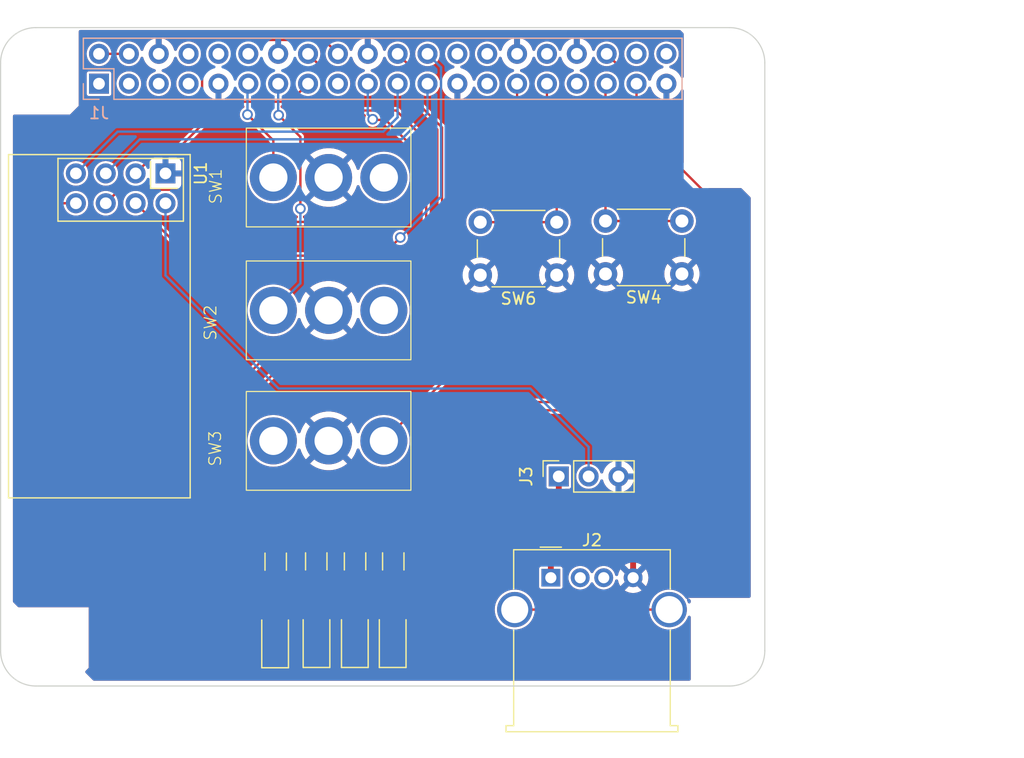
<source format=kicad_pcb>
(kicad_pcb (version 20221018) (generator pcbnew)
  (title_block (date "15 nov 2012"))
  (layers (0 "F.Cu" signal) (31 "B.Cu" signal) (34 "B.Paste" user) (35 "F.Paste" user) (36 "B.SilkS" user "B.Silkscreen") (37 "F.SilkS" user "F.Silkscreen") (38 "B.Mask" user) (39 "F.Mask" user) (44 "Edge.Cuts" user))
  (net 0 "")
  (net 1 "GND")
  (net 2 "/GPIO2{slash}SDA1")
  (net 3 "/GPIO3{slash}SCL1")
  (net 4 "/GPIO4{slash}GPCLK0")
  (net 5 "/GPIO14{slash}TXD0")
  (net 6 "/GPIO15{slash}RXD0")
  (net 7 "/GPIO17")
  (net 8 "/GPIO18{slash}PCM.CLK")
  (net 9 "/GPIO27")
  (net 10 "/GPIO22")
  (net 11 "/GPIO23")
  (net 12 "/GPIO24")
  (net 13 "/GPIO10{slash}SPI0.MOSI")
  (net 14 "/GPIO9{slash}SPI0.MISO")
  (net 15 "/GPIO25")
  (net 16 "/GPIO11{slash}SPI0.SCLK")
  (net 17 "/GPIO8{slash}SPI0.CE0")
  (net 18 "/GPIO7{slash}SPI0.CE1")
  (net 19 "/ID_SDA")
  (net 20 "/ID_SCL")
  (net 21 "/GPIO5")
  (net 22 "/GPIO6")
  (net 23 "/GPIO12{slash}PWM0")
  (net 24 "/GPIO13{slash}PWM1")
  (net 25 "/GPIO19{slash}PCM.FS")
  (net 26 "/GPIO16")
  (net 27 "/GPIO26")
  (net 28 "/GPIO20{slash}PCM.DIN")
  (net 29 "/GPIO21{slash}PCM.DOUT")
  (net 30 "+5V")
  (net 31 "+3V3")
  (net 32 "Net-(D2-A)")
  (net 33 "Net-(D3-A)")
  (net 34 "Net-(D4-A)")
  (net 35 "Net-(D5-A)")
  (net 38 "unconnected-(J2-Shield-Pad5)")
  (net 39 "+3.3VA")
  (net 43 "+5VA")
  (footprint "MountingHole:MountingHole_2.7mm_M2.5" (layer "F.Cu") (at 161.5 47.5)
    (fp_text reference "MH2" hide)
    (fp_text value "MountingHole_2.7mm_M2.5" hide)
    (pad "" np_thru_hole circle locked (at 0 0) (size 2.7 2.7) (drill 2.7) (layers "*.Cu" "*.Mask"))
  )
  (footprint "Connector_USB:USB_A_Molex_67643_Horizontal" (layer "F.Cu") (at 146.8 90.79)
    (fp_text reference "J2" (at 3.5 -3.19) (layer "F.SilkS"))
    (fp_text value "USB_A")
    (fp_line (start -3.81 12.58) (end -3.81 13.1) (stroke (width 0.12)) (layer "F.SilkS"))
    (fp_line (start -3.81 13.1) (end 10.81 13.1) (stroke (width 0.12)) (layer "F.SilkS"))
    (fp_line (start -3.16 -2.38) (end -3.16 0.95) (stroke (width 0.12)) (layer "F.SilkS"))
    (fp_line (start -3.16 -2.38) (end 10.16 -2.38) (stroke (width 0.12)) (layer "F.SilkS"))
    (fp_line (start -3.16 12.58) (end -3.81 12.58) (stroke (width 0.12)) (layer "F.SilkS"))
    (fp_line (start -3.16 12.58) (end -3.16 4.47) (stroke (width 0.12)) (layer "F.SilkS"))
    (fp_line (start -0.9 -2.6) (end 0.9 -2.6) (stroke (width 0.12)) (layer "F.SilkS"))
    (fp_line (start 10.16 -2.38) (end 10.16 0.95) (stroke (width 0.12)) (layer "F.SilkS"))
    (fp_line (start 10.16 4.47) (end 10.16 12.58) (stroke (width 0.12)) (layer "F.SilkS"))
    (fp_line (start 10.81 12.58) (end 10.16 12.58) (stroke (width 0.12)) (layer "F.SilkS"))
    (fp_line (start 10.81 13.1) (end 10.81 12.58) (stroke (width 0.12)) (layer "F.SilkS"))
    (pad "1" thru_hole rect (at 0 0) (size 1.6 1.5) (drill 0.95) (layers "*.Cu" "*.Mask") (net 43 "+5VA"))
    (pad "2" thru_hole circle (at 2.5 0) (size 1.6 1.6) (drill 0.95) (layers "*.Cu" "*.Mask"))
    (pad "3" thru_hole circle (at 4.5 0) (size 1.6 1.6) (drill 0.95) (layers "*.Cu" "*.Mask"))
    (pad "4" thru_hole circle (at 7 0) (size 1.6 1.6) (drill 0.95) (layers "*.Cu" "*.Mask") (net 1 "GND"))
    (pad "5" thru_hole circle (at -3.07 2.71) (size 3 3) (drill 2.3) (layers "*.Cu" "*.Mask") (net 38 "unconnected-(J2-Shield-Pad5)"))
    (pad "5" thru_hole circle (at 10.07 2.71) (size 3 3) (drill 2.3) (layers "*.Cu" "*.Mask") (net 38 "unconnected-(J2-Shield-Pad5)"))
  )
  (footprint "Resistor_SMD:R_1206_3216Metric_Pad1.30x1.75mm_HandSolder" (layer "F.Cu") (at 123.4 89.425 -90)
    (fp_text reference "R4" hide)
    (fp_text value "130" hide)
    (fp_line (start -0.727064 -0.91) (end 0.727064 -0.91) (stroke (width 0.12)) (layer "F.SilkS"))
    (fp_line (start -0.727064 0.91) (end 0.727064 0.91) (stroke (width 0.12)) (layer "F.SilkS"))
    (pad "1" smd roundrect (at -1.55 0 270) (size 1.3 1.75) (layers "F.Cu" "F.Paste" "F.Mask") (roundrect_rratio 0.192308) (net 11 "/GPIO23"))
    (pad "2" smd roundrect (at 1.55 0 270) (size 1.3 1.75) (layers "F.Cu" "F.Paste" "F.Mask") (roundrect_rratio 0.192308) (net 34 "Net-(D4-A)"))
  )
  (footprint "LED_SMD:LED_1206_3216Metric_Pad1.42x1.75mm_HandSolder" (layer "F.Cu") (at 123.35 95.9875 90)
    (fp_text reference "D4" hide)
    (fp_text value "LED" hide)
    (fp_line (start -2.46 -1.135) (end -2.46 1.135) (stroke (width 0.12)) (layer "F.SilkS"))
    (fp_line (start -2.46 1.135) (end 1.6 1.135) (stroke (width 0.12)) (layer "F.SilkS"))
    (fp_line (start 1.6 -1.135) (end -2.46 -1.135) (stroke (width 0.12)) (layer "F.SilkS"))
    (pad "1" smd roundrect (at -1.4875 0 90) (size 1.425 1.75) (layers "F.Cu" "F.Paste" "F.Mask") (roundrect_rratio 0.175439) (net 1 "GND"))
    (pad "2" smd roundrect (at 1.4875 0 90) (size 1.425 1.75) (layers "F.Cu" "F.Paste" "F.Mask") (roundrect_rratio 0.175439) (net 34 "Net-(D4-A)"))
  )
  (footprint "MMS_footprints:SW_MTS102_3Pins_2Positions" (layer "F.Cu") (at 127.9 56.75)
    (fp_text reference "SW1" (at -9.6 0.75 90 unlocked) (layer "F.SilkS") (effects (font (thickness 0.1))))
    (fp_text value "SW_DPDT_x2" hide)
    (fp_rect (start -7 -4.2) (end 7 4.2) (stroke (width 0.1)) (fill none) (layer "F.SilkS"))
    (pad "1" thru_hole circle (at -4.7 0) (size 4 4) (drill 2.4) (layers "*.Cu" "*.Mask") (net 7 "/GPIO17"))
    (pad "2" thru_hole circle (at 0 0) (size 4 4) (drill 2.4) (layers "*.Cu" "*.Mask") (net 1 "GND"))
    (pad "3" thru_hole circle (at 4.7 0) (size 4 4) (drill 2.4) (layers "*.Cu" "*.Mask"))
  )
  (footprint "RF_Module:nRF24L01_Breakout" (layer "F.Cu") (at 114.025 56.4 -90)
    (fp_text reference "U1" (at 0 -3 90) (layer "F.SilkS"))
    (fp_text value "NRF24L01_Breakout")
    (fp_line (start -1.6 -2.1) (end -1.6 -2.1) (stroke (width 0.12)) (layer "F.SilkS"))
    (fp_line (start -1.6 -2.1) (end 27.6 -2.1) (stroke (width 0.12)) (layer "F.SilkS"))
    (fp_line (start -1.6 13.35) (end -1.6 -2.1) (stroke (width 0.12)) (layer "F.SilkS"))
    (fp_line (start -1.27 -1.524) (end -1.27 -1.524) (stroke (width 0.12)) (layer "F.SilkS"))
    (fp_line (start -1.27 -1.524) (end 4.064 -1.524) (stroke (width 0.12)) (layer "F.SilkS"))
    (fp_line (start -1.27 9.144) (end -1.27 -1.524) (stroke (width 0.12)) (layer "F.SilkS"))
    (fp_line (start -1.27 9.144) (end -1.27 9.144) (stroke (width 0.12)) (layer "F.SilkS"))
    (fp_line (start -1.016 1.27) (end -1.016 1.27) (stroke (width 0.12)) (layer "F.SilkS"))
    (fp_line (start 1.27 -1.016) (end 1.27 1.27) (stroke (width 0.12)) (layer "F.SilkS"))
    (fp_line (start 1.27 1.27) (end -1.016 1.27) (stroke (width 0.12)) (layer "F.SilkS"))
    (fp_line (start 4.064 -1.524) (end 4.064 9.144) (stroke (width 0.12)) (layer "F.SilkS"))
    (fp_line (start 4.064 9.144) (end -1.27 9.144) (stroke (width 0.12)) (layer "F.SilkS"))
    (fp_line (start 27.6 -2.1) (end 27.6 13.35) (stroke (width 0.12)) (layer "F.SilkS"))
    (fp_line (start 27.6 13.35) (end -1.6 13.35) (stroke (width 0.12)) (layer "F.SilkS"))
    (pad "1" thru_hole rect (at 0 0 270) (size 1.7 1.7) (drill 1) (layers "*.Cu" "*.Mask") (net 1 "GND"))
    (pad "2" thru_hole circle (at 2.54 0 270) (size 1.7 1.7) (drill 1) (layers "*.Cu" "*.Mask") (net 39 "+3.3VA"))
    (pad "3" thru_hole circle (at 0 2.54 270) (size 1.7 1.7) (drill 1) (layers "*.Cu" "*.Mask") (net 10 "/GPIO22"))
    (pad "4" thru_hole circle (at 2.54 2.54 270) (size 1.7 1.7) (drill 1) (layers "*.Cu" "*.Mask") (net 17 "/GPIO8{slash}SPI0.CE0"))
    (pad "5" thru_hole circle (at 0 5.08 270) (size 1.7 1.7) (drill 1) (layers "*.Cu" "*.Mask") (net 16 "/GPIO11{slash}SPI0.SCLK"))
    (pad "6" thru_hole circle (at 2.54 5.08 270) (size 1.7 1.7) (drill 1) (layers "*.Cu" "*.Mask") (net 13 "/GPIO10{slash}SPI0.MOSI"))
    (pad "7" thru_hole circle (at 0 7.62 270) (size 1.7 1.7) (drill 1) (layers "*.Cu" "*.Mask") (net 14 "/GPIO9{slash}SPI0.MISO"))
    (pad "8" thru_hole circle (at 2.54 7.62 270) (size 1.7 1.7) (drill 1) (layers "*.Cu" "*.Mask") (net 12 "/GPIO24"))
  )
  (footprint "Resistor_SMD:R_1206_3216Metric_Pad1.30x1.75mm_HandSolder" (layer "F.Cu") (at 133.4 89.4 -90)
    (fp_text reference "R5" hide)
    (fp_text value "130" hide)
    (fp_line (start -0.727064 -0.91) (end 0.727064 -0.91) (stroke (width 0.12)) (layer "F.SilkS"))
    (fp_line (start -0.727064 0.91) (end 0.727064 0.91) (stroke (width 0.12)) (layer "F.SilkS"))
    (pad "1" smd roundrect (at -1.55 0 270) (size 1.3 1.75) (layers "F.Cu" "F.Paste" "F.Mask") (roundrect_rratio 0.192308) (net 27 "/GPIO26"))
    (pad "2" smd roundrect (at 1.55 0 270) (size 1.3 1.75) (layers "F.Cu" "F.Paste" "F.Mask") (roundrect_rratio 0.192308) (net 35 "Net-(D5-A)"))
  )
  (footprint "MountingHole:MountingHole_2.7mm_M2.5" (layer "F.Cu") (at 103.5 96.5)
    (fp_text reference "MH3" hide)
    (fp_text value "MountingHole_2.7mm_M2.5" hide)
    (pad "" np_thru_hole circle locked (at 0 0) (size 2.7 2.7) (drill 2.7) (layers "*.Cu" "*.Mask"))
  )
  (footprint "LED_SMD:LED_1206_3216Metric_Pad1.42x1.75mm_HandSolder" (layer "F.Cu") (at 126.87 95.9625 90)
    (fp_text reference "D3" hide)
    (fp_text value "LED" hide)
    (fp_line (start -2.46 -1.135) (end -2.46 1.135) (stroke (width 0.12)) (layer "F.SilkS"))
    (fp_line (start -2.46 1.135) (end 1.6 1.135) (stroke (width 0.12)) (layer "F.SilkS"))
    (fp_line (start 1.6 -1.135) (end -2.46 -1.135) (stroke (width 0.12)) (layer "F.SilkS"))
    (pad "1" smd roundrect (at -1.4875 0 90) (size 1.425 1.75) (layers "F.Cu" "F.Paste" "F.Mask") (roundrect_rratio 0.175439) (net 1 "GND"))
    (pad "2" smd roundrect (at 1.4875 0 90) (size 1.425 1.75) (layers "F.Cu" "F.Paste" "F.Mask") (roundrect_rratio 0.175439) (net 33 "Net-(D3-A)"))
  )
  (footprint "Connector_PinSocket_2.54mm:PinSocket_1x03_P2.54mm_Vertical" (layer "F.Cu") (at 147.475 82.175 90)
    (fp_text reference "J3" (at 0 -2.77 90) (layer "F.SilkS"))
    (fp_text value "Conn_01x03" hide)
    (fp_line (start -1.33 1.27) (end -1.33 6.41) (stroke (width 0.12)) (layer "F.SilkS"))
    (fp_line (start -1.33 1.27) (end 1.33 1.27) (stroke (width 0.12)) (layer "F.SilkS"))
    (fp_line (start -1.33 6.41) (end 1.33 6.41) (stroke (width 0.12)) (layer "F.SilkS"))
    (fp_line (start 0 -1.33) (end 1.33 -1.33) (stroke (width 0.12)) (layer "F.SilkS"))
    (fp_line (start 1.33 -1.33) (end 1.33 0) (stroke (width 0.12)) (layer "F.SilkS"))
    (fp_line (start 1.33 1.27) (end 1.33 6.41) (stroke (width 0.12)) (layer "F.SilkS"))
    (pad "1" thru_hole rect (at 0 0 90) (size 1.7 1.7) (drill 1) (layers "*.Cu" "*.Mask") (net 43 "+5VA"))
    (pad "2" thru_hole oval (at 0 2.54 90) (size 1.7 1.7) (drill 1) (layers "*.Cu" "*.Mask") (net 39 "+3.3VA"))
    (pad "3" thru_hole oval (at 0 5.08 90) (size 1.7 1.7) (drill 1) (layers "*.Cu" "*.Mask") (net 1 "GND"))
  )
  (footprint "Button_Switch_THT:SW_PUSH_6mm" (layer "F.Cu") (at 157.95 64.95 180)
    (fp_text reference "SW4" (at 3.25 -2) (layer "F.SilkS"))
    (fp_text value "SW_DIP_x01" hide)
    (fp_line (start -0.25 1.5) (end -0.25 3) (stroke (width 0.12)) (layer "F.SilkS"))
    (fp_line (start 1 5.5) (end 5.5 5.5) (stroke (width 0.12)) (layer "F.SilkS"))
    (fp_line (start 5.5 -1) (end 1 -1) (stroke (width 0.12)) (layer "F.SilkS"))
    (fp_line (start 6.75 3) (end 6.75 1.5) (stroke (width 0.12)) (layer "F.SilkS"))
    (pad "1" thru_hole circle (at 0 0 270) (size 2 2) (drill 1.1) (layers "*.Cu" "*.Mask") (net 1 "GND"))
    (pad "1" thru_hole circle (at 6.5 0 270) (size 2 2) (drill 1.1) (layers "*.Cu" "*.Mask") (net 1 "GND"))
    (pad "2" thru_hole circle (at 0 4.5 270) (size 2 2) (drill 1.1) (layers "*.Cu" "*.Mask") (net 25 "/GPIO19{slash}PCM.FS"))
    (pad "2" thru_hole circle (at 6.5 4.5 270) (size 2 2) (drill 1.1) (layers "*.Cu" "*.Mask") (net 25 "/GPIO19{slash}PCM.FS"))
  )
  (footprint "MountingHole:MountingHole_2.7mm_M2.5" (layer "F.Cu") (at 103.5 47.5)
    (fp_text reference "MH1" hide)
    (fp_text value "MountingHole_2.7mm_M2.5" hide)
    (pad "" np_thru_hole circle locked (at 0 0) (size 2.7 2.7) (drill 2.7) (layers "*.Cu" "*.Mask"))
  )
  (footprint "Button_Switch_THT:SW_PUSH_6mm" (layer "F.Cu") (at 147.3 65.05 180)
    (fp_text reference "SW6" (at 3.25 -2) (layer "F.SilkS"))
    (fp_text value "SW_DIP_x01" hide)
    (fp_line (start -0.25 1.5) (end -0.25 3) (stroke (width 0.12)) (layer "F.SilkS"))
    (fp_line (start 1 5.5) (end 5.5 5.5) (stroke (width 0.12)) (layer "F.SilkS"))
    (fp_line (start 5.5 -1) (end 1 -1) (stroke (width 0.12)) (layer "F.SilkS"))
    (fp_line (start 6.75 3) (end 6.75 1.5) (stroke (width 0.12)) (layer "F.SilkS"))
    (pad "1" thru_hole circle (at 0 0 270) (size 2 2) (drill 1.1) (layers "*.Cu" "*.Mask") (net 1 "GND"))
    (pad "1" thru_hole circle (at 6.5 0 270) (size 2 2) (drill 1.1) (layers "*.Cu" "*.Mask") (net 1 "GND"))
    (pad "2" thru_hole circle (at 0 4.5 270) (size 2 2) (drill 1.1) (layers "*.Cu" "*.Mask") (net 22 "/GPIO6"))
    (pad "2" thru_hole circle (at 6.5 4.5 270) (size 2 2) (drill 1.1) (layers "*.Cu" "*.Mask") (net 22 "/GPIO6"))
  )
  (footprint "MMS_footprints:SW_MTS102_3Pins_2Positions" (layer "F.Cu") (at 127.9 79.15 180)
    (fp_text reference "SW3" (at 9.65 -0.65 90 unlocked) (layer "F.SilkS") (effects (font (thickness 0.1))))
    (fp_text value "SW_DPDT_x2" hide)
    (fp_rect (start -7 -4.2) (end 7 4.2) (stroke (width 0.1)) (fill none) (layer "F.SilkS"))
    (pad "1" thru_hole circle (at -4.7 0 180) (size 4 4) (drill 2.4) (layers "*.Cu" "*.Mask") (net 21 "/GPIO5"))
    (pad "2" thru_hole circle (at 0 0 180) (size 4 4) (drill 2.4) (layers "*.Cu" "*.Mask") (net 1 "GND"))
    (pad "3" thru_hole circle (at 4.7 0 180) (size 4 4) (drill 2.4) (layers "*.Cu" "*.Mask"))
  )
  (footprint "LED_SMD:LED_1206_3216Metric_Pad1.42x1.75mm_HandSolder" (layer "F.Cu") (at 133.35 95.9625 90)
    (fp_text reference "D5" hide)
    (fp_text value "LED" hide)
    (fp_line (start -2.46 -1.135) (end -2.46 1.135) (stroke (width 0.12)) (layer "F.SilkS"))
    (fp_line (start -2.46 1.135) (end 1.6 1.135) (stroke (width 0.12)) (layer "F.SilkS"))
    (fp_line (start 1.6 -1.135) (end -2.46 -1.135) (stroke (width 0.12)) (layer "F.SilkS"))
    (pad "1" smd roundrect (at -1.4875 0 90) (size 1.425 1.75) (layers "F.Cu" "F.Paste" "F.Mask") (roundrect_rratio 0.175439) (net 1 "GND"))
    (pad "2" smd roundrect (at 1.4875 0 90) (size 1.425 1.75) (layers "F.Cu" "F.Paste" "F.Mask") (roundrect_rratio 0.175439) (net 35 "Net-(D5-A)"))
  )
  (footprint "Resistor_SMD:R_1206_3216Metric_Pad1.30x1.75mm_HandSolder" (layer "F.Cu") (at 130.15 89.4 -90)
    (fp_text reference "R2" hide)
    (fp_text value "130" hide)
    (fp_line (start -0.727064 -0.91) (end 0.727064 -0.91) (stroke (width 0.12)) (layer "F.SilkS"))
    (fp_line (start -0.727064 0.91) (end 0.727064 0.91) (stroke (width 0.12)) (layer "F.SilkS"))
    (pad "1" smd roundrect (at -1.55 0 270) (size 1.3 1.75) (layers "F.Cu" "F.Paste" "F.Mask") (roundrect_rratio 0.192308) (net 26 "/GPIO16"))
    (pad "2" smd roundrect (at 1.55 0 270) (size 1.3 1.75) (layers "F.Cu" "F.Paste" "F.Mask") (roundrect_rratio 0.192308) (net 32 "Net-(D2-A)"))
  )
  (footprint "MountingHole:MountingHole_2.7mm_M2.5" (layer "F.Cu") (at 161.5 96.5)
    (fp_text reference "MH4" hide)
    (fp_text value "MountingHole_2.7mm_M2.5" hide)
    (pad "" np_thru_hole circle locked (at 0 0) (size 2.7 2.7) (drill 2.7) (layers "*.Cu" "*.Mask"))
  )
  (footprint "Resistor_SMD:R_1206_3216Metric_Pad1.30x1.75mm_HandSolder" (layer "F.Cu") (at 126.85 89.4 -90)
    (fp_text reference "R3" hide)
    (fp_text value "130" hide)
    (fp_line (start -0.727064 -0.91) (end 0.727064 -0.91) (stroke (width 0.12)) (layer "F.SilkS"))
    (fp_line (start -0.727064 0.91) (end 0.727064 0.91) (stroke (width 0.12)) (layer "F.SilkS"))
    (pad "1" smd roundrect (at -1.55 0 270) (size 1.3 1.75) (layers "F.Cu" "F.Paste" "F.Mask") (roundrect_rratio 0.192308) (net 15 "/GPIO25"))
    (pad "2" smd roundrect (at 1.55 0 270) (size 1.3 1.75) (layers "F.Cu" "F.Paste" "F.Mask") (roundrect_rratio 0.192308) (net 33 "Net-(D3-A)"))
  )
  (footprint "MMS_footprints:SW_MTS102_3Pins_2Positions" (layer "F.Cu") (at 127.9 68.05)
    (fp_text reference "SW2" (at -10.05 1.05 90 unlocked) (layer "F.SilkS") (effects (font (thickness 0.1))))
    (fp_text value "SW_DPDT_x2" hide)
    (fp_rect (start -7 -4.2) (end 7 4.2) (stroke (width 0.1)) (fill none) (layer "F.SilkS"))
    (pad "1" thru_hole circle (at -4.7 0) (size 4 4) (drill 2.4) (layers "*.Cu" "*.Mask") (net 9 "/GPIO27"))
    (pad "2" thru_hole circle (at 0 0) (size 4 4) (drill 2.4) (layers "*.Cu" "*.Mask") (net 1 "GND"))
    (pad "3" thru_hole circle (at 4.7 0) (size 4 4) (drill 2.4) (layers "*.Cu" "*.Mask"))
  )
  (footprint "LED_SMD:LED_1206_3216Metric_Pad1.42x1.75mm_HandSolder" (layer "F.Cu") (at 130.13 95.9625 90)
    (fp_text reference "D2" hide)
    (fp_text value "LED" hide)
    (fp_line (start -2.46 -1.135) (end -2.46 1.135) (stroke (width 0.12)) (layer "F.SilkS"))
    (fp_line (start -2.46 1.135) (end 1.6 1.135) (stroke (width 0.12)) (layer "F.SilkS"))
    (fp_line (start 1.6 -1.135) (end -2.46 -1.135) (stroke (width 0.12)) (layer "F.SilkS"))
    (pad "1" smd roundrect (at -1.4875 0 90) (size 1.425 1.75) (layers "F.Cu" "F.Paste" "F.Mask") (roundrect_rratio 0.175439) (net 1 "GND"))
    (pad "2" smd roundrect (at 1.4875 0 90) (size 1.425 1.75) (layers "F.Cu" "F.Paste" "F.Mask") (roundrect_rratio 0.175439) (net 32 "Net-(D2-A)"))
  )
  (footprint "Connector_PinSocket_2.54mm:PinSocket_2x20_P2.54mm_Vertical" (layer "B.Cu") (at 108.37 48.77 -90)
    (fp_text reference "J1" (at 2.5 0) (layer "B.SilkS") (effects (justify mirror)))
    (fp_text value "GPIO")
    (fp_line (start -3.87 -49.59) (end 1.33 -49.59) (stroke (width 0.12)) (layer "B.SilkS"))
    (fp_line (start -3.87 1.33) (end -3.87 -49.59) (stroke (width 0.12)) (layer "B.SilkS"))
    (fp_line (start -3.87 1.33) (end -1.27 1.33) (stroke (width 0.12)) (layer "B.SilkS"))
    (fp_line (start -1.27 -1.27) (end 1.33 -1.27) (stroke (width 0.12)) (layer "B.SilkS"))
    (fp_line (start -1.27 1.33) (end -1.27 -1.27) (stroke (width 0.12)) (layer "B.SilkS"))
    (fp_line (start 0 1.33) (end 1.33 1.33) (stroke (width 0.12)) (layer "B.SilkS"))
    (fp_line (start 1.33 -1.27) (end 1.33 -49.59) (stroke (width 0.12)) (layer "B.SilkS"))
    (fp_line (start 1.33 1.33) (end 1.33 0) (stroke (width 0.12)) (layer "B.SilkS"))
    (pad "1" thru_hole rect (at 0 0 270) (size 1.7 1.7) (drill 1) (layers "*.Cu" "*.Mask") (net 31 "+3V3"))
    (pad "2" thru_hole oval (at -2.54 0 270) (size 1.7 1.7) (drill 1) (layers "*.Cu" "*.Mask") (net 30 "+5V"))
    (pad "3" thru_hole oval (at 0 -2.54 270) (size 1.7 1.7) (drill 1) (layers "*.Cu" "*.Mask") (net 2 "/GPIO2{slash}SDA1"))
    (pad "4" thru_hole oval (at -2.54 -2.54 270) (size 1.7 1.7) (drill 1) (layers "*.Cu" "*.Mask") (net 30 "+5V"))
    (pad "5" thru_hole oval (at 0 -5.08 270) (size 1.7 1.7) (drill 1) (layers "*.Cu" "*.Mask") (net 3 "/GPIO3{slash}SCL1"))
    (pad "6" thru_hole oval (at -2.54 -5.08 270) (size 1.7 1.7) (drill 1) (layers "*.Cu" "*.Mask") (net 1 "GND"))
    (pad "7" thru_hole oval (at 0 -7.62 270) (size 1.7 1.7) (drill 1) (layers "*.Cu" "*.Mask") (net 4 "/GPIO4{slash}GPCLK0"))
    (pad "8" thru_hole oval (at -2.54 -7.62 270) (size 1.7 1.7) (drill 1) (layers "*.Cu" "*.Mask") (net 5 "/GPIO14{slash}TXD0"))
    (pad "9" thru_hole oval (at 0 -10.16 270) (size 1.7 1.7) (drill 1) (layers "*.Cu" "*.Mask") (net 1 "GND"))
    (pad "10" thru_hole oval (at -2.54 -10.16 270) (size 1.7 1.7) (drill 1) (layers "*.Cu" "*.Mask") (net 6 "/GPIO15{slash}RXD0"))
    (pad "11" thru_hole oval (at 0 -12.7 270) (size 1.7 1.7) (drill 1) (layers "*.Cu" "*.Mask") (net 7 "/GPIO17"))
    (pad "12" thru_hole oval (at -2.54 -12.7 270) (size 1.7 1.7) (drill 1) (layers "*.Cu" "*.Mask") (net 8 "/GPIO18{slash}PCM.CLK"))
    (pad "13" thru_hole oval (at 0 -15.24 270) (size 1.7 1.7) (drill 1) (layers "*.Cu" "*.Mask") (net 9 "/GPIO27"))
    (pad "14" thru_hole oval (at -2.54 -15.24 270) (size 1.7 1.7) (drill 1) (layers "*.Cu" "*.Mask") (net 1 "GND"))
    (pad "15" thru_hole oval (at 0 -17.78 270) (size 1.7 1.7) (drill 1) (layers "*.Cu" "*.Mask") (net 10 "/GPIO22"))
    (pad "16" thru_hole oval (at -2.54 -17.78 270) (size 1.7 1.7) (drill 1) (layers "*.Cu" "*.Mask") (net 11 "/GPIO23"))
    (pad "17" thru_hole oval (at 0 -20.32 270) (size 1.7 1.7) (drill 1) (layers "*.Cu" "*.Mask") (net 31 "+3V3"))
    (pad "18" thru_hole oval (at -2.54 -20.32 270) (size 1.7 1.7) (drill 1) (layers "*.Cu" "*.Mask") (net 12 "/GPIO24"))
    (pad "19" thru_hole oval (at 0 -22.86 270) (size 1.7 1.7) (drill 1) (layers "*.Cu" "*.Mask") (net 13 "/GPIO10{slash}SPI0.MOSI"))
    (pad "20" thru_hole oval (at -2.54 -22.86 270) (size 1.7 1.7) (drill 1) (layers "*.Cu" "*.Mask") (net 1 "GND"))
    (pad "21" thru_hole oval (at 0 -25.4 270) (size 1.7 1.7) (drill 1) (layers "*.Cu" "*.Mask") (net 14 "/GPIO9{slash}SPI0.MISO"))
    (pad "22" thru_hole oval (at -2.54 -25.4 270) (size 1.7 1.7) (drill 1) (layers "*.Cu" "*.Mask") (net 15 "/GPIO25"))
    (pad "23" thru_hole oval (at 0 -27.94 270) (size 1.7 1.7) (drill 1) (layers "*.Cu" "*.Mask") (net 16 "/GPIO11{slash}SPI0.SCLK"))
    (pad "24" thru_hole oval (at -2.54 -27.94 270) (size 1.7 1.7) (drill 1) (layers "*.Cu" "*.Mask") (net 17 "/GPIO8{slash}SPI0.CE0"))
    (pad "25" thru_hole oval (at 0 -30.48 270) (size 1.7 1.7) (drill 1) (layers "*.Cu" "*.Mask") (net 1 "GND"))
    (pad "26" thru_hole oval (at -2.54 -30.48 270) (size 1.7 1.7) (drill 1) (layers "*.Cu" "*.Mask") (net 18 "/GPIO7{slash}SPI0.CE1"))
    (pad "27" thru_hole oval (at 0 -33.02 270) (size 1.7 1.7) (drill 1) (layers "*.Cu" "*.Mask") (net 19 "/ID_SDA"))
    (pad "28" thru_hole oval (at -2.54 -33.02 270) (size 1.7 1.7) (drill 1) (layers "*.Cu" "*.Mask") (net 20 "/ID_SCL"))
    (pad "29" thru_hole oval (at 0 -35.56 270) (size 1.7 1.7) (drill 1) (layers "*.Cu" "*.Mask") (net 21 "/GPIO5"))
    (pad "30" thru_hole oval (at -2.54 -35.56 270) (size 1.7 1.7) (drill 1) (layers "*.Cu" "*.Mask") (net 1 "GND"))
    (pad "31" thru_hole oval (at 0 -38.1 270) (size 1.7 1.7) (drill 1) (layers "*.Cu" "*.Mask") (net 22 "/GPIO6"))
    (pad "32" thru_hole oval (at -2.54 -38.1 270) (size 1.7 1.7) (drill 1) (layers "*.Cu" "*.Mask") (net 23 "/GPIO12{slash}PWM0"))
    (pad "33" thru_hole oval (at 0 -40.64 270) (size 1.7 1.7) (drill 1) (layers "*.Cu" "*.Mask") (net 24 "/GPIO13{slash}PWM1"))
    (pad "34" thru_hole oval (at -2.54 -40.64 270) (size 1.7 1.7) (drill 1) (layers "*.Cu" "*.Mask") (net 1 "GND"))
    (pad "35" thru_hole oval (at 0 -43.18 270) (size 1.7 1.7) (drill 1) (layers "*.Cu" "*.Mask") (net 25 "/GPIO19{slash}PCM.FS"))
    (pad "36" thru_hole oval (at -2.54 -43.18 270) (size 1.7 1.7) (drill 1) (layers "*.Cu" "*.Mask") (net 26 "/GPIO16"))
    (pad "37" thru_hole oval (at 0 -45.72 270) (size 1.7 1.7) (drill 1) (layers "*.Cu" "*.Mask") (net 27 "/GPIO26"))
    (pad "38" thru_hole oval (at -2.54 -45.72 270) (size 1.7 1.7) (drill 1) (layers "*.Cu" "*.Mask") (net 28 "/GPIO20{slash}PCM.DIN"))
    (pad "39" thru_hole oval (at 0 -48.26 270) (size 1.7 1.7) (drill 1) (layers "*.Cu" "*.Mask") (net 1 "GND"))
    (pad "40" thru_hole oval (at -2.54 -48.26 270) (size 1.7 1.7) (drill 1) (layers "*.Cu" "*.Mask") (net 29 "/GPIO21{slash}PCM.DOUT"))
  )
  (gr_arc (start 162 44) (mid 164.12132 44.87868) (end 165 47) (stroke (width 0.1)) (layer "Edge.Cuts"))
  (gr_line (start 165 97) (end 165 47) (stroke (width 0.1)) (layer "Edge.Cuts"))
  (gr_line (start 100 47) (end 100 81) (stroke (width 0.1)) (layer "Edge.Cuts"))
  (gr_arc (start 103 100) (mid 100.87868 99.12132) (end 100 97) (stroke (width 0.1)) (layer "Edge.Cuts"))
  (gr_line (start 103 100) (end 162 100) (stroke (width 0.1)) (layer "Edge.Cuts"))
  (gr_arc (start 165 97) (mid 164.12132 99.12132) (end 162 100) (stroke (width 0.1)) (layer "Edge.Cuts"))
  (gr_arc (start 100 47) (mid 100.87868 44.87868) (end 103 44) (stroke (width 0.1)) (layer "Edge.Cuts"))
  (gr_line (start 100 81) (end 100 97) (stroke (width 0.1)) (layer "Edge.Cuts"))
  (gr_line (start 162 44) (end 103 44) (stroke (width 0.1)) (layer "Edge.Cuts"))
  (segment (start 153.8 86.85) (end 152.555 85.605) (width 0.5) (layer "F.Cu") (net 1))
  (segment (start 152.555 85.605) (end 152.555 82.175) (width 0.5) (layer "F.Cu") (net 1))
  (segment (start 153.8 90.79) (end 153.8 86.85) (width 0.5) (layer "F.Cu") (net 1))
  (segment (start 123.2 53.6) (end 123.2 56.75) (width 0.2) (layer "F.Cu") (net 7))
  (segment (start 121 51.4) (end 123.2 53.6) (width 0.2) (layer "F.Cu") (net 7))
  (via (at 121 51.4) (size 0.9) (drill 0.6) (layers "F.Cu" "B.Cu") (net 7))
  (segment (start 121 51.4) (end 121 48.84) (width 0.2) (layer "B.Cu") (net 7))
  (segment (start 121 48.84) (end 121.07 48.77) (width 0.2) (layer "B.Cu") (net 7))
  (segment (start 125.5 53.3) (end 125.5 59.4) (width 0.2) (layer "F.Cu") (net 9))
  (segment (start 123.65 51.45) (end 125.5 53.3) (width 0.2) (layer "F.Cu") (net 9))
  (via (at 123.65 51.45) (size 0.9) (drill 0.6) (layers "F.Cu" "B.Cu") (net 9))
  (via (at 125.5 59.4) (size 0.9) (drill 0.6) (layers "F.Cu" "B.Cu") (net 9))
  (segment (start 123.65 51.45) (end 123.61 51.41) (width 0.2) (layer "B.Cu") (net 9))
  (segment (start 125.5 59.4) (end 125.5 65.75) (width 0.2) (layer "B.Cu") (net 9))
  (segment (start 125.5 65.75) (end 123.2 68.05) (width 0.2) (layer "B.Cu") (net 9))
  (segment (start 123.61 51.41) (end 123.61 48.77) (width 0.2) (layer "B.Cu") (net 9))
  (segment (start 111.485 56.4) (end 113.685 54.2) (width 0.2) (layer "F.Cu") (net 10))
  (segment (start 115.2 54.2) (end 119.1 50.3) (width 0.2) (layer "F.Cu") (net 10))
  (segment (start 119.1 50.3) (end 124.62 50.3) (width 0.2) (layer "F.Cu") (net 10))
  (segment (start 124.62 50.3) (end 126.15 48.77) (width 0.2) (layer "F.Cu") (net 10))
  (segment (start 113.685 54.2) (end 115.2 54.2) (width 0.2) (layer "F.Cu") (net 10))
  (segment (start 128.45 51.05) (end 127.3 49.9) (width 0.2) (layer "F.Cu") (net 11))
  (segment (start 123.4 87.875) (end 118.5 82.975) (width 0.2) (layer "F.Cu") (net 11))
  (segment (start 118.5 76.05) (end 122.15 72.4) (width 0.2) (layer "F.Cu") (net 11))
  (segment (start 118.5 82.975) (end 118.5 76.05) (width 0.2) (layer "F.Cu") (net 11))
  (segment (start 134.05 72.4) (end 136.2 70.25) (width 0.2) (layer "F.Cu") (net 11))
  (segment (start 136.2 56.75) (end 136.2 53.6) (width 0.2) (layer "F.Cu") (net 11))
  (segment (start 127.3 49.9) (end 127.3 47.38) (width 0.2) (layer "F.Cu") (net 11))
  (segment (start 127.3 47.38) (end 126.15 46.23) (width 0.2) (layer "F.Cu") (net 11))
  (segment (start 136.2 53.6) (end 133.65 51.05) (width 0.2) (layer "F.Cu") (net 11))
  (segment (start 133.65 51.05) (end 128.45 51.05) (width 0.2) (layer "F.Cu") (net 11))
  (segment (start 136.2 69.8) (end 136.2 56.75) (width 0.2) (layer "F.Cu") (net 11))
  (segment (start 136.2 70.25) (end 136.2 69.8) (width 0.2) (layer "F.Cu") (net 11))
  (segment (start 136.2 56.75) (end 136.2 56.55) (width 0.2) (layer "F.Cu") (net 11))
  (segment (start 122.15 72.4) (end 134.05 72.4) (width 0.2) (layer "F.Cu") (net 11))
  (segment (start 117.14 45.66) (end 117.75 45.05) (width 0.2) (layer "F.Cu") (net 12))
  (segment (start 104.99 58.94) (end 103.95 57.9) (width 0.2) (layer "F.Cu") (net 12))
  (segment (start 106.405 58.94) (end 104.99 58.94) (width 0.2) (layer "F.Cu") (net 12))
  (segment (start 127.51 45.05) (end 128.69 46.23) (width 0.2) (layer "F.Cu") (net 12))
  (segment (start 103.95 54.5) (end 107.15 51.3) (width 0.2) (layer "F.Cu") (net 12))
  (segment (start 107.15 51.3) (end 115.3 51.3) (width 0.2) (layer "F.Cu") (net 12))
  (segment (start 117.14 49.46) (end 117.14 45.66) (width 0.2) (layer "F.Cu") (net 12))
  (segment (start 117.75 45.05) (end 127.51 45.05) (width 0.2) (layer "F.Cu") (net 12))
  (segment (start 103.95 57.9) (end 103.95 54.5) (width 0.2) (layer "F.Cu") (net 12))
  (segment (start 115.3 51.3) (end 117.14 49.46) (width 0.2) (layer "F.Cu") (net 12))
  (segment (start 110.095 57.79) (end 118.29 57.79) (width 0.2) (layer "F.Cu") (net 13))
  (segment (start 131.7005 51.85) (end 132.75 51.85) (width 0.2) (layer "F.Cu") (net 13))
  (segment (start 132.75 51.85) (end 135.55 54.65) (width 0.2) (layer "F.Cu") (net 13))
  (segment (start 133.125 60.525) (end 121.025 60.525) (width 0.2) (layer "F.Cu") (net 13))
  (segment (start 118.29 57.79) (end 121.025 60.525) (width 0.2) (layer "F.Cu") (net 13))
  (segment (start 121.025 60.525) (end 121.1 60.6) (width 0.2) (layer "F.Cu") (net 13))
  (segment (start 135.55 54.65) (end 135.55 58.1) (width 0.2) (layer "F.Cu") (net 13))
  (segment (start 135.55 58.1) (end 133.125 60.525) (width 0.2) (layer "F.Cu") (net 13))
  (segment (start 131.65 51.7995) (end 131.7005 51.85) (width 0.2) (layer "F.Cu") (net 13))
  (segment (start 108.945 58.94) (end 110.095 57.79) (width 0.2) (layer "F.Cu") (net 13))
  (via (at 131.65 51.7995) (size 0.9) (drill 0.6) (layers "F.Cu" "B.Cu") (net 13))
  (segment (start 131.65 51.7995) (end 131.23 51.3795) (width 0.2) (layer "B.Cu") (net 13))
  (segment (start 131.23 51.3795) (end 131.23 48.77) (width 0.2) (layer "B.Cu") (net 13))
  (segment (start 133.77 51.63) (end 133.77 48.77) (width 0.2) (layer "B.Cu") (net 14))
  (segment (start 106.405 56.4) (end 109.955 52.85) (width 0.2) (layer "B.Cu") (net 14))
  (segment (start 132.55 52.85) (end 133.77 51.63) (width 0.2) (layer "B.Cu") (net 14))
  (segment (start 109.955 52.85) (end 132.55 52.85) (width 0.2) (layer "B.Cu") (net 14))
  (segment (start 119.7 76.95) (end 123.1 73.55) (width 0.2) (layer "F.Cu") (net 15))
  (segment (start 135.05 50) (end 135.05 47.51) (width 0.2) (layer "F.Cu") (net 15))
  (segment (start 123.1 73.55) (end 135.5 73.55) (width 0.2) (layer "F.Cu") (net 15))
  (segment (start 135.05 47.51) (end 133.77 46.23) (width 0.2) (layer "F.Cu") (net 15))
  (segment (start 135.5 73.55) (end 137.55 71.5) (width 0.2) (layer "F.Cu") (net 15))
  (segment (start 137.55 71.5) (end 137.55 52.5) (width 0.2) (layer "F.Cu") (net 15))
  (segment (start 126.85 87.85) (end 126.85 85.95) (width 0.2) (layer "F.Cu") (net 15))
  (segment (start 126.85 85.95) (end 124.2 83.3) (width 0.2) (layer "F.Cu") (net 15))
  (segment (start 124.2 83.3) (end 122.9 83.3) (width 0.2) (layer "F.Cu") (net 15))
  (segment (start 137.55 52.5) (end 135.05 50) (width 0.2) (layer "F.Cu") (net 15))
  (segment (start 119.7 80.1) (end 119.7 76.95) (width 0.2) (layer "F.Cu") (net 15))
  (segment (start 122.9 83.3) (end 119.7 80.1) (width 0.2) (layer "F.Cu") (net 15))
  (segment (start 134.1 53.5) (end 111.845 53.5) (width 0.2) (layer "B.Cu") (net 16))
  (segment (start 111.845 53.5) (end 108.945 56.4) (width 0.2) (layer "B.Cu") (net 16))
  (segment (start 136.31 48.77) (end 136.31 51.29) (width 0.2) (layer "B.Cu") (net 16))
  (segment (start 136.31 51.29) (end 134.1 53.5) (width 0.2) (layer "B.Cu") (net 16))
  (segment (start 132.45 63.4) (end 134 61.85) (width 0.2) (layer "F.Cu") (net 17))
  (segment (start 115.945 63.4) (end 132.45 63.4) (width 0.2) (layer "F.Cu") (net 17))
  (segment (start 111.485 58.94) (end 115.945 63.4) (width 0.2) (layer "F.Cu") (net 17))
  (via (at 134 61.85) (size 0.9) (drill 0.6) (layers "F.Cu" "B.Cu") (net 17))
  (segment (start 137.46 58.39) (end 137.46 47.38) (width 0.2) (layer "B.Cu") (net 17))
  (segment (start 134 61.85) (end 137.46 58.39) (width 0.2) (layer "B.Cu") (net 17))
  (segment (start 137.46 47.38) (end 136.31 46.23) (width 0.2) (layer "B.Cu") (net 17))
  (segment (start 132.6 79.15) (end 138.9 72.85) (width 0.2) (layer "F.Cu") (net 21))
  (segment (start 138.9 56.3) (end 143.93 51.27) (width 0.2) (layer "F.Cu") (net 21))
  (segment (start 143.93 51.27) (end 143.93 48.77) (width 0.2) (layer "F.Cu") (net 21))
  (segment (start 138.9 72.85) (end 138.9 56.3) (width 0.2) (layer "F.Cu") (net 21))
  (segment (start 146.47 53.57) (end 146.47 48.77) (width 0.2) (layer "F.Cu") (net 22))
  (segment (start 147.3 54.4) (end 146.47 53.57) (width 0.2) (layer "F.Cu") (net 22))
  (segment (start 147.3 60.55) (end 147.3 54.4) (width 0.2) (layer "F.Cu") (net 22))
  (segment (start 147.3 60.55) (end 140.8 60.55) (width 0.2) (layer "F.Cu") (net 22))
  (segment (start 151.45 48.87) (end 151.55 48.77) (width 0.2) (layer "F.Cu") (net 25))
  (segment (start 151.45 60.45) (end 157.95 60.45) (width 0.2) (layer "F.Cu") (net 25))
  (segment (start 151.75 48.97) (end 151.55 48.77) (width 0.2) (layer "F.Cu") (net 25))
  (segment (start 151.45 60.45) (end 151.45 48.87) (width 0.2) (layer "F.Cu") (net 25))
  (segment (start 152.75 47.43) (end 151.55 46.23) (width 0.2) (layer "F.Cu") (net 26))
  (segment (start 143.15 75.85) (end 155.5 75.85) (width 0.2) (layer "F.Cu") (net 26))
  (segment (start 160.65 59.8) (end 152.75 51.9) (width 0.2) (layer "F.Cu") (net 26))
  (segment (start 131.15 87.85) (end 143.15 75.85) (width 0.2) (layer "F.Cu") (net 26))
  (segment (start 130.15 87.85) (end 131.15 87.85) (width 0.2) (layer "F.Cu") (net 26))
  (segment (start 155.5 75.85) (end 160.65 70.7) (width 0.2) (layer "F.Cu") (net 26))
  (segment (start 160.65 70.7) (end 160.65 59.9) (width 0.2) (layer "F.Cu") (net 26))
  (segment (start 152.75 51.9) (end 152.75 47.43) (width 0.2) (layer "F.Cu") (net 26))
  (segment (start 133.4 87.85) (end 133.4 86.5) (width 0.2) (layer "F.Cu") (net 27))
  (segment (start 156.4 76.55) (end 161.95 71) (width 0.2) (layer "F.Cu") (net 27))
  (segment (start 133.4 86.5) (end 143.35 76.55) (width 0.2) (layer "F.Cu") (net 27))
  (segment (start 161.95 71) (end 162 71) (width 0.2) (layer "F.Cu") (net 27))
  (segment (start 162 71) (end 162 60.1) (width 0.2) (layer "F.Cu") (net 27))
  (segment (start 154.09 52.19) (end 154.09 48.77) (width 0.2) (layer "F.Cu") (net 27))
  (segment (start 143.35 76.55) (end 156.4 76.55) (width 0.2) (layer "F.Cu") (net 27))
  (segment (start 162 60.1) (end 154.09 52.19) (width 0.2) (layer "F.Cu") (net 27))
  (segment (start 108.37 46.23) (end 110.91 46.23) (width 0.2) (layer "F.Cu") (net 30))
  (segment (start 130.13 90.97) (end 130.15 90.95) (width 0.2) (layer "F.Cu") (net 32))
  (segment (start 130.13 94.475) (end 130.13 90.97) (width 0.2) (layer "F.Cu") (net 32))
  (segment (start 126.87 94.475) (end 126.87 90.97) (width 0.2) (layer "F.Cu") (net 33))
  (segment (start 126.87 90.97) (end 126.85 90.95) (width 0.2) (layer "F.Cu") (net 33))
  (segment (start 123.4 94.45) (end 123.35 94.5) (width 0.2) (layer "F.Cu") (net 34))
  (segment (start 123.4 90.975) (end 123.4 94.45) (width 0.2) (layer "F.Cu") (net 34))
  (segment (start 133.35 94.475) (end 133.35 91) (width 0.2) (layer "F.Cu") (net 35))
  (segment (start 133.35 91) (end 133.4 90.95) (width 0.2) (layer "F.Cu") (net 35))
  (segment (start 143.73 93.5) (end 156.87 93.5) (width 0.2) (layer "F.Cu") (net 38))
  (segment (start 150.015 79.665) (end 150.015 82.175) (width 0.2) (layer "B.Cu") (net 39))
  (segment (start 114.025 65.075) (end 123.65 74.7) (width 0.2) (layer "B.Cu") (net 39))
  (segment (start 145.05 74.7) (end 150.015 79.665) (width 0.2) (layer "B.Cu") (net 39))
  (segment (start 123.65 74.7) (end 145.05 74.7) (width 0.2) (layer "B.Cu") (net 39))
  (segment (start 114.025 58.94) (end 114.025 65.075) (width 0.2) (layer "B.Cu") (net 39))
  (segment (start 146.8 90.79) (end 146.8 86.25) (width 0.5) (layer "F.Cu") (net 43))
  (segment (start 146.8 86.25) (end 147.475 85.575) (width 0.5) (layer "F.Cu") (net 43))
  (segment (start 147.475 85.575) (end 147.475 82.175) (width 0.5) (layer "F.Cu") (net 43))
  (zone (net 1) (net_name "GND") (layers "F&B.Cu") (connect_pads (clearance 0)) (min_thickness 0.25) (fill yes (thermal_gap 0.5) (thermal_bridge_width 0.5))
    (polygon (pts (xy 106.65 44.15) (xy 106.65 50.65) (xy 105.9 51.4) (xy 101.05 51.4) (xy 101.05 92.85) (xy 101.5 93.3) (xy 107.5 93.3) (xy 107.5 98.45) (xy 107.15 98.8) (xy 107.9 99.55) (xy 158.7 99.55) (xy 158.7 92.7) (xy 158.5 92.5) (xy 163.75 92.5) (xy 163.8 92.55) (xy 163.8 58.45) (xy 163 57.65) (xy 158.9 57.65) (xy 158.1 56.85) (xy 158.1 44.5) (xy 157.8 44.2) (xy 106.7 44.2)))
  )
)
</source>
